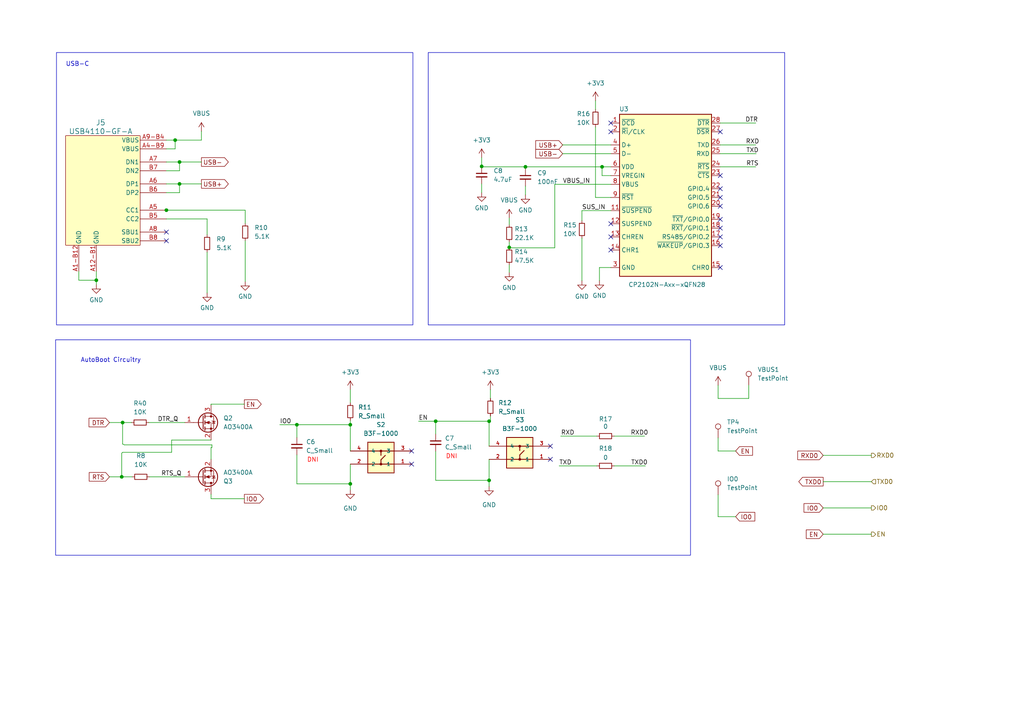
<source format=kicad_sch>
(kicad_sch (version 20230121) (generator eeschema)
  (paper "A4")
  (title_block (title "Microcontroller Bootloading Schematic") (company "Generate Product Development Studio"))
  (lib_symbols
    (symbol "B3F-1000:B3F-1000" (pin_names (offset 1.016))
      (property "Reference" "S2" (at -0.0016 12.7 0))
      (property "Value" "B3F-1000" (at -0.0016 10.16 0))
      (symbol "B3F-1000_0_0"
        (rectangle (start -3.81 7.62) (end 3.81 -1.27) (stroke (width 0.254)) (fill (type background)))
        (polyline (pts (xy -3.81 1.27) (xy 0 1.27)) (stroke (width 0.254)))
        (polyline (pts (xy -3.81 5.08) (xy 0 5.08)) (stroke (width 0.254)))
        (polyline (pts (xy 0 1.27) (xy 0 2.54)) (stroke (width 0.254)))
        (polyline (pts (xy 0 1.27) (xy 3.81 1.27)) (stroke (width 0.254)))
        (polyline (pts (xy 0 2.54) (xy 1.27 3.81)) (stroke (width 0.254)))
        (polyline (pts (xy 0 5.08) (xy 0 3.81)) (stroke (width 0.254)))
        (polyline (pts (xy 0 5.08) (xy 3.81 5.08)) (stroke (width 0.254)))
        (circle (center 0 1.27) (radius 0.254) (stroke (width 0.254)))
        (circle (center 0 5.08) (radius 0.254) (stroke (width 0.254)))
        (pin passive line (at 8.89 1.27 180) (length 5.08) (name "1") (number "1"))
        (pin passive line (at -8.89 1.27 0) (length 5.08) (name "2") (number "2"))
        (pin passive line (at 8.89 5.08 180) (length 5.08) (name "3") (number "3"))
        (pin passive line (at -8.89 5.08 0) (length 5.08) (name "4") (number "4"))
      )
    )
    (symbol "Connector:TestPoint" (pin_numbers hide) (pin_names (offset 0.762) hide)
      (property "Reference" "TP" (at 0 6.858 0))
      (property "Value" "TestPoint" (at 0 5.08 0))
      (symbol "TestPoint_0_1"
        (circle (center 0 3.302) (radius 0.762))
      )
      (symbol "TestPoint_1_1"
        (pin passive line (at 0 0 90) (length 2.54) (name "1") (number "1"))
      )
    )
    (symbol "Device:C_Small" (pin_numbers hide) (pin_names (offset 0.254) hide)
      (property "Reference" "C" (at 0.254 1.778 0))
      (property "Value" "C_Small" (at 0.254 -2.032 0))
      (symbol "C_Small_0_1"
        (polyline (pts (xy -1.524 -0.508) (xy 1.524 -0.508)) (stroke (width 0.3302)))
        (polyline (pts (xy -1.524 0.508) (xy 1.524 0.508)) (stroke (width 0.3048)))
      )
      (symbol "C_Small_1_1"
        (pin passive line (at 0 2.54 270) (length 2.032) (name "~") (number "1"))
        (pin passive line (at 0 -2.54 90) (length 2.032) (name "~") (number "2"))
      )
    )
    (symbol "Device:R_Small" (pin_numbers hide) (pin_names (offset 0.254) hide)
      (property "Reference" "R" (at 0.762 0.508 0))
      (property "Value" "R_Small" (at 0.762 -1.016 0))
      (symbol "R_Small_0_1"
        (rectangle (start -0.762 1.778) (end 0.762 -1.778) (stroke (width 0.2032)))
      )
      (symbol "R_Small_1_1"
        (pin passive line (at 0 2.54 270) (length 0.762) (name "~") (number "1"))
        (pin passive line (at 0 -2.54 90) (length 0.762) (name "~") (number "2"))
      )
    )
    (symbol "Interface_USB:CP2102N-Axx-xQFN28"
      (property "Reference" "U3" (at -10.287 18.034 0))
      (property "Value" "CP2102N-Axx-xQFN28" (at -7.62 -32.893 0))
      (symbol "CP2102N-Axx-xQFN28_0_1"
        (rectangle (start -10.16 16.51) (end 16.51 -30.48) (stroke (width 0.254)) (fill (type background)))
      )
      (symbol "CP2102N-Axx-xQFN28_1_1"
        (pin input line (at -12.7 13.97 0) (length 2.54) (name "~{DCD}") (number "1"))
        (pin no_connect line (at -10.16 -27.94 0) (length 2.54) hide (name "NC") (number "10"))
        (pin output line (at -12.7 -11.43 0) (length 2.54) (name "~{SUSPEND}") (number "11"))
        (pin output line (at -12.7 -15.24 0) (length 2.54) (name "SUSPEND") (number "12"))
        (pin output line (at -12.7 -19.05 0) (length 2.54) (name "CHREN") (number "13"))
        (pin output line (at -12.7 -22.86 0) (length 2.54) (name "CHR1") (number "14"))
        (pin output line (at 19.05 -27.94 180) (length 2.54) (name "CHR0") (number "15"))
        (pin bidirectional line (at 19.05 -21.59 180) (length 2.54) (name "~{WAKEUP}/GPIO.3") (number "16"))
        (pin bidirectional line (at 19.05 -19.05 180) (length 2.54) (name "RS485/GPIO.2") (number "17"))
        (pin bidirectional line (at 19.05 -16.51 180) (length 2.54) (name "~{RXT}/GPIO.1") (number "18"))
        (pin bidirectional line (at 19.05 -13.97 180) (length 2.54) (name "~{TXT}/GPIO.0") (number "19"))
        (pin bidirectional line (at -12.7 11.43 0) (length 2.54) (name "~{RI}/CLK") (number "2"))
        (pin bidirectional line (at 19.05 -10.16 180) (length 2.54) (name "GPIO.6") (number "20"))
        (pin bidirectional line (at 19.05 -7.62 180) (length 2.54) (name "GPIO.5") (number "21"))
        (pin bidirectional line (at 19.05 -5.08 180) (length 2.54) (name "GPIO.4") (number "22"))
        (pin input line (at 19.05 -1.27 180) (length 2.54) (name "~{CTS}") (number "23"))
        (pin output line (at 19.05 1.27 180) (length 2.54) (name "~{RTS}") (number "24"))
        (pin input line (at 19.05 5.08 180) (length 2.54) (name "RXD") (number "25"))
        (pin output line (at 19.05 7.62 180) (length 2.54) (name "TXD") (number "26"))
        (pin input line (at 19.05 11.43 180) (length 2.54) (name "~{DSR}") (number "27"))
        (pin output line (at 19.05 13.97 180) (length 2.54) (name "~{DTR}") (number "28"))
        (pin passive line (at -12.7 -27.94 0) (length 2.54) hide (name "GND") (number "29"))
        (pin power_in line (at -12.7 -27.94 0) (length 2.54) (name "GND") (number "3"))
        (pin bidirectional line (at -12.7 7.62 0) (length 2.54) (name "D+") (number "4"))
        (pin bidirectional line (at -12.7 5.08 0) (length 2.54) (name "D-") (number "5"))
        (pin power_in line (at -12.7 1.27 0) (length 2.54) (name "VDD") (number "6"))
        (pin power_in line (at -12.7 -1.27 0) (length 2.54) (name "VREGIN") (number "7"))
        (pin input line (at -12.7 -3.81 0) (length 2.54) (name "VBUS") (number "8"))
        (pin input line (at -12.7 -7.62 0) (length 2.54) (name "~{RST}") (number "9"))
      )
    )
    (symbol "MuscleRecoverySymbolLibray:USB4110-GF-A" (pin_names (offset 0.254))
      (property "Reference" "J5" (at 21.59 7.62 0))
      (property "Value" "USB4110-GF-A" (at 21.59 5.08 0))
      (symbol "USB4110-GF-A_1_1"
        (rectangle (start 11.43 3.81) (end 33.02 -27.94) (fill (type background)))
        (pin power_out line (at 15.24 -35.56 90) (length 7.62) (name "GND") (number "A1-B12"))
        (pin power_out line (at 20.32 -35.56 90) (length 7.62) (name "GND") (number "A12-B1"))
        (pin power_in line (at 40.64 0 180) (length 7.62) (name "VBUS") (number "A4-B9"))
        (pin bidirectional line (at 40.64 -17.78 180) (length 7.62) (name "CC1") (number "A5"))
        (pin bidirectional line (at 40.64 -10.16 180) (length 7.62) (name "DP1") (number "A6"))
        (pin bidirectional line (at 40.64 -3.81 180) (length 7.62) (name "DN1") (number "A7"))
        (pin bidirectional line (at 40.64 -24.13 180) (length 7.62) (name "SBU1") (number "A8"))
        (pin power_in line (at 40.64 2.54 180) (length 7.62) (name "VBUS") (number "A9-B4"))
        (pin bidirectional line (at 40.64 -20.32 180) (length 7.62) (name "CC2") (number "B5"))
        (pin bidirectional line (at 40.64 -12.7 180) (length 7.62) (name "DP2") (number "B6"))
        (pin bidirectional line (at 40.64 -6.35 180) (length 7.62) (name "DN2") (number "B7"))
        (pin bidirectional line (at 40.64 -26.67 180) (length 7.62) (name "SBU2") (number "B8"))
      )
    )
    (symbol "Transistor_FET:AO3400A" (pin_names hide)
      (property "Reference" "Q" (at 5.08 1.905 0))
      (property "Value" "AO3400A" (at 5.08 0 0))
      (symbol "AO3400A_0_1"
        (polyline (pts (xy 0.254 0) (xy -2.54 0)))
        (polyline (pts (xy 0.254 1.905) (xy 0.254 -1.905)) (stroke (width 0.254)))
        (polyline (pts (xy 0.762 -1.27) (xy 0.762 -2.286)) (stroke (width 0.254)))
        (polyline (pts (xy 0.762 0.508) (xy 0.762 -0.508)) (stroke (width 0.254)))
        (polyline (pts (xy 0.762 2.286) (xy 0.762 1.27)) (stroke (width 0.254)))
        (polyline (pts (xy 2.54 2.54) (xy 2.54 1.778)))
        (polyline (pts (xy 2.54 -2.54) (xy 2.54 0) (xy 0.762 0)))
        (polyline (pts (xy 0.762 -1.778) (xy 3.302 -1.778) (xy 3.302 1.778) (xy 0.762 1.778)))
        (polyline (pts (xy 1.016 0) (xy 2.032 0.381) (xy 2.032 -0.381) (xy 1.016 0)) (fill (type outline)))
        (polyline (pts (xy 2.794 0.508) (xy 2.921 0.381) (xy 3.683 0.381) (xy 3.81 0.254)))
        (polyline (pts (xy 3.302 0.381) (xy 2.921 -0.254) (xy 3.683 -0.254) (xy 3.302 0.381)))
        (circle (center 1.651 0) (radius 2.794) (stroke (width 0.254)))
        (circle (center 2.54 -1.778) (radius 0.254) (fill (type outline)))
        (circle (center 2.54 1.778) (radius 0.254) (fill (type outline)))
      )
      (symbol "AO3400A_1_1"
        (pin input line (at -5.08 0 0) (length 2.54) (name "G") (number "1"))
        (pin passive line (at 2.54 -5.08 90) (length 2.54) (name "S") (number "2"))
        (pin passive line (at 2.54 5.08 270) (length 2.54) (name "D") (number "3"))
      )
    )
    (symbol "power:+3V3" (power) (pin_names (offset 0))
      (property "Value" "+3V3" (at 0 3.556 0))
      (symbol "+3V3_0_1"
        (polyline (pts (xy -0.762 1.27) (xy 0 2.54)))
        (polyline (pts (xy 0 0) (xy 0 2.54)))
        (polyline (pts (xy 0 2.54) (xy 0.762 1.27)))
      )
      (symbol "+3V3_1_1"
        (pin power_in line (at 0 0 90) (length 0) hide (name "+3V3") (number "1"))
      )
    )
    (symbol "power:GND" (power) (pin_names (offset 0))
      (property "Value" "GND" (at 0 -3.81 0))
      (symbol "GND_0_1"
        (polyline (pts (xy 0 0) (xy 0 -1.27) (xy 1.27 -1.27) (xy 0 -2.54) (xy -1.27 -1.27) (xy 0 -1.27)))
      )
      (symbol "GND_1_1"
        (pin power_in line (at 0 0 270) (length 0) hide (name "GND") (number "1"))
      )
    )
    (symbol "power:VBUS" (power) (pin_names (offset 0))
      (property "Value" "VBUS" (at 0 3.81 0))
      (symbol "VBUS_0_1"
        (polyline (pts (xy -0.762 1.27) (xy 0 2.54)))
        (polyline (pts (xy 0 0) (xy 0 2.54)))
        (polyline (pts (xy 0 2.54) (xy 0.762 1.27)))
      )
      (symbol "VBUS_1_1"
        (pin power_in line (at 0 0 90) (length 0) hide (name "VBUS") (number "1"))
      )
    )
  )
  (junction (at 48.26 60.96))
  (junction (at 50.8 40.64))
  (junction (at 174.625 48.387))
  (junction (at 35.56 122.555))
  (junction (at 101.6 140.335))
  (junction (at 27.94 81.28))
  (junction (at 141.859 139.319))
  (junction (at 101.6 123.19))
  (junction (at 86.106 123.19))
  (junction (at 147.701 71.755))
  (junction (at 152.4 48.387))
  (junction (at 139.7 48.26))
  (junction (at 52.07 46.99))
  (junction (at 141.859 122.174))
  (junction (at 126.365 122.174))
  (junction (at 52.07 53.34))
  (junction (at 35.306 138.303))
  (no_connect (at 208.915 68.707))
  (no_connect (at 208.915 59.817))
  (no_connect (at 208.915 38.227))
  (no_connect (at 48.26 69.85))
  (no_connect (at 208.915 66.167))
  (no_connect (at 177.165 64.897))
  (no_connect (at 159.639 133.223))
  (no_connect (at 119.38 134.62))
  (no_connect (at 208.915 57.277))
  (no_connect (at 208.915 54.737))
  (no_connect (at 208.915 50.927))
  (no_connect (at 177.165 68.707))
  (no_connect (at 159.639 129.413))
  (no_connect (at 119.38 130.81))
  (no_connect (at 177.165 38.227))
  (no_connect (at 208.915 77.597))
  (no_connect (at 177.165 72.517))
  (no_connect (at 177.165 35.687))
  (no_connect (at 208.915 71.247))
  (no_connect (at 48.26 67.31))
  (no_connect (at 208.915 63.627))
  (wire (pts (xy 173.863 77.597) (xy 173.863 81.407)))
  (wire (pts (xy 177.165 50.927) (xy 174.625 50.927)))
  (wire (pts (xy 139.7 48.387) (xy 152.4 48.387)))
  (wire (pts (xy 172.72 29.21) (xy 172.72 31.75)))
  (wire (pts (xy 60.071 73.152) (xy 60.071 84.963)))
  (wire (pts (xy 152.4 48.387) (xy 174.625 48.387)))
  (wire (pts (xy 101.6 113.03) (xy 101.6 116.84)))
  (wire (pts (xy 52.07 55.88) (xy 52.07 53.34)))
  (wire (pts (xy 61.214 143.383) (xy 61.214 144.653)))
  (wire (pts (xy 43.3832 138.303) (xy 53.594 138.303)))
  (wire (pts (xy 48.26 46.99) (xy 52.07 46.99)))
  (wire (pts (xy 174.625 48.387) (xy 177.165 48.387)))
  (wire (pts (xy 48.26 49.53) (xy 52.07 49.53)))
  (wire (pts (xy 48.26 40.64) (xy 50.8 40.64)))
  (wire (pts (xy 48.26 60.96) (xy 71.12 60.96)))
  (wire (pts (xy 208.28 130.81) (xy 213.36 130.81)))
  (wire (pts (xy 61.214 117.221) (xy 70.866 117.221)))
  (wire (pts (xy 172.72 36.83) (xy 172.72 57.277)))
  (wire (pts (xy 208.915 35.687) (xy 219.202 35.687)))
  (wire (pts (xy 71.12 60.96) (xy 71.12 64.77)))
  (wire (pts (xy 147.701 71.882) (xy 160.909 71.882)))
  (wire (pts (xy 139.7 48.387) (xy 139.7 48.26)))
  (wire (pts (xy 238.76 132.08) (xy 252.73 132.08)))
  (wire (pts (xy 208.915 44.577) (xy 219.329 44.577)))
  (wire (pts (xy 178.181 126.492) (xy 186.944 126.492)))
  (wire (pts (xy 238.76 154.94) (xy 252.73 154.94)))
  (wire (pts (xy 49.784 127.635) (xy 61.214 127.635)))
  (wire (pts (xy 81.153 123.19) (xy 86.106 123.19)))
  (wire (pts (xy 208.915 42.037) (xy 219.202 42.037)))
  (wire (pts (xy 86.106 131.953) (xy 86.106 140.335)))
  (wire (pts (xy 139.7 53.34) (xy 139.7 55.88)))
  (wire (pts (xy 61.468 129.794) (xy 61.214 129.794)))
  (wire (pts (xy 163.195 42.037) (xy 177.165 42.037)))
  (wire (pts (xy 141.859 122.174) (xy 141.859 129.413)))
  (wire (pts (xy 142.24 122.174) (xy 141.859 122.174)))
  (wire (pts (xy 160.909 53.467) (xy 160.909 71.882)))
  (wire (pts (xy 35.306 131.445) (xy 35.56 131.191)))
  (wire (pts (xy 27.94 78.74) (xy 27.94 81.28)))
  (wire (pts (xy 163.195 44.577) (xy 177.165 44.577)))
  (wire (pts (xy 52.07 46.99) (xy 58.42 46.99)))
  (wire (pts (xy 22.86 81.28) (xy 27.94 81.28)))
  (wire (pts (xy 178.181 135.128) (xy 187.198 135.128)))
  (wire (pts (xy 35.56 122.555) (xy 35.56 128.778)))
  (wire (pts (xy 208.28 115.57) (xy 217.17 115.57)))
  (wire (pts (xy 126.365 139.319) (xy 141.859 139.319)))
  (wire (pts (xy 141.859 133.223) (xy 141.859 139.319)))
  (wire (pts (xy 160.909 53.467) (xy 177.165 53.467)))
  (wire (pts (xy 168.783 64.008) (xy 168.783 61.087)))
  (wire (pts (xy 174.625 50.927) (xy 174.625 48.387)))
  (wire (pts (xy 147.701 70.231) (xy 147.701 71.755)))
  (wire (pts (xy 61.214 117.475) (xy 61.214 117.221)))
  (wire (pts (xy 50.8 43.18) (xy 50.8 40.64)))
  (wire (pts (xy 208.28 149.86) (xy 213.36 149.86)))
  (wire (pts (xy 101.6 121.92) (xy 101.6 123.19)))
  (wire (pts (xy 49.784 127.635) (xy 49.784 131.191)))
  (wire (pts (xy 35.56 131.191) (xy 49.784 131.191)))
  (wire (pts (xy 147.701 63.246) (xy 147.701 65.151)))
  (wire (pts (xy 126.365 130.937) (xy 126.365 139.319)))
  (wire (pts (xy 48.26 43.18) (xy 50.8 43.18)))
  (wire (pts (xy 31.75 122.555) (xy 35.56 122.555)))
  (wire (pts (xy 22.86 78.74) (xy 22.86 81.28)))
  (wire (pts (xy 35.56 128.778) (xy 36.068 129.032)))
  (wire (pts (xy 86.106 140.335) (xy 101.6 140.335)))
  (wire (pts (xy 208.28 143.51) (xy 208.28 149.86)))
  (wire (pts (xy 61.214 144.653) (xy 70.866 144.653)))
  (wire (pts (xy 50.8 40.64) (xy 58.42 40.64)))
  (wire (pts (xy 141.859 141.097) (xy 141.859 139.319)))
  (wire (pts (xy 217.17 115.57) (xy 217.17 111.76)))
  (wire (pts (xy 208.28 111.76) (xy 208.28 115.57)))
  (wire (pts (xy 152.4 48.387) (xy 152.4 48.895)))
  (wire (pts (xy 101.6 134.62) (xy 101.6 140.335)))
  (wire (pts (xy 168.783 69.088) (xy 168.783 81.407)))
  (wire (pts (xy 147.701 76.835) (xy 147.701 78.994)))
  (wire (pts (xy 101.6 142.113) (xy 101.6 140.335)))
  (wire (pts (xy 147.701 71.882) (xy 147.701 71.755)))
  (wire (pts (xy 208.915 48.387) (xy 219.202 48.387)))
  (wire (pts (xy 47.879 60.96) (xy 48.26 60.96)))
  (wire (pts (xy 208.28 127) (xy 208.28 130.81)))
  (wire (pts (xy 142.24 120.65) (xy 142.24 122.174)))
  (wire (pts (xy 27.94 81.28) (xy 27.94 82.55)))
  (wire (pts (xy 139.7 45.72) (xy 139.7 48.26)))
  (wire (pts (xy 35.306 138.303) (xy 38.3032 138.303)))
  (wire (pts (xy 177.165 57.277) (xy 172.72 57.277)))
  (wire (pts (xy 71.12 69.85) (xy 71.12 81.661)))
  (wire (pts (xy 35.56 122.555) (xy 38.1 122.555)))
  (wire (pts (xy 238.76 139.7) (xy 252.73 139.7)))
  (wire (pts (xy 31.75 138.303) (xy 35.306 138.303)))
  (wire (pts (xy 48.26 55.88) (xy 52.07 55.88)))
  (wire (pts (xy 58.42 40.64) (xy 58.42 38.1)))
  (wire (pts (xy 177.165 77.597) (xy 173.863 77.597)))
  (wire (pts (xy 35.306 138.303) (xy 35.306 131.445)))
  (wire (pts (xy 52.07 53.34) (xy 58.42 53.34)))
  (wire (pts (xy 168.783 61.087) (xy 177.165 61.087)))
  (wire (pts (xy 48.26 63.5) (xy 60.071 63.5)))
  (wire (pts (xy 86.106 126.873) (xy 86.106 123.19)))
  (wire (pts (xy 152.4 53.975) (xy 152.4 56.515)))
  (wire (pts (xy 36.068 129.032) (xy 61.468 129.032)))
  (wire (pts (xy 86.106 123.19) (xy 101.6 123.19)))
  (wire (pts (xy 126.365 125.857) (xy 126.365 122.174)))
  (wire (pts (xy 121.412 122.174) (xy 126.365 122.174)))
  (wire (pts (xy 173.101 135.128) (xy 162.179 135.128)))
  (wire (pts (xy 101.6 123.19) (xy 101.6 130.81)))
  (wire (pts (xy 52.07 49.53) (xy 52.07 46.99)))
  (wire (pts (xy 43.18 122.555) (xy 53.594 122.555)))
  (wire (pts (xy 173.101 126.492) (xy 162.6198 126.492)))
  (wire (pts (xy 61.468 129.032) (xy 61.468 129.794)))
  (wire (pts (xy 48.26 53.34) (xy 52.07 53.34)))
  (wire (pts (xy 60.071 63.5) (xy 60.071 68.072)))
  (wire (pts (xy 142.24 113.03) (xy 142.24 115.57)))
  (wire (pts (xy 126.365 122.174) (xy 141.859 122.174)))
  (wire (pts (xy 61.214 129.794) (xy 61.214 133.223)))
  (wire (pts (xy 238.76 147.32) (xy 252.73 147.32)))
  (rectangle (start 16.383 15.24) (end 119.761 94.234))
  (rectangle (start 124.206 15.24) (end 227.584 94.234))
  (rectangle (start 16.129 98.552) (end 200.279 161.036))
  (text "DNI" (at 89.027 134.239 0) (effects (font (size 1.27 1.27)) (justify left bottom)))
  (text "DNI" (at 129.286 133.223 0) (effects (font (size 1.27 1.27)) (justify left bottom)))
  (text "USB-C\n" (at 19.05 19.431 0) (effects (font (size 1.27 1.27)) (justify left bottom)))
  (text "AutoBoot Circuitry\n" (at 23.368 105.283 0) (effects (font (size 1.27 1.27)) (justify left bottom)))
  (label "RTS" (at 216.408 48.387 0))
  (label "RXD0" (at 182.88 126.492 0))
  (label "DTR_Q" (at 45.72 122.555 0))
  (label "SUS_IN" (at 168.783 61.087 0))
  (label "DTR" (at 216.154 35.687 0))
  (label "TXD0" (at 183.007 135.128 0))
  (label "VBUS_IN" (at 163.195 53.467 0))
  (label "TXD" (at 216.408 44.577 0))
  (label "EN" (at 121.412 122.174 0))
  (label "RTS_Q" (at 46.736 138.303 0))
  (label "IO0" (at 81.153 123.19 0))
  (label "RXD" (at 216.281 42.037 0))
  (label "RXD" (at 162.687 126.492 0))
  (label "TXD" (at 162.179 135.128 0))
  (global_label "RTS" (shape input) (at 31.75 138.303 180) (property "Intersheetrefs" "${INTERSHEET_REFS}" (effects hide)))
  (global_label "EN" (shape output) (at 70.866 117.221 0) (property "Intersheetrefs" "${INTERSHEET_REFS}" (effects hide)))
  (global_label "USB+" (shape input) (at 163.195 42.037 180) (property "Intersheetrefs" "${INTERSHEET_REFS}" (effects hide)))
  (global_label "EN" (shape input) (at 238.76 154.94 180) (property "Intersheetrefs" "${INTERSHEET_REFS}" (effects hide)))
  (global_label "USB-" (shape input) (at 163.195 44.577 180) (property "Intersheetrefs" "${INTERSHEET_REFS}" (effects hide)))
  (global_label "IO0" (shape output) (at 70.866 144.653 0) (property "Intersheetrefs" "${INTERSHEET_REFS}" (effects hide)))
  (global_label "IO0" (shape input) (at 238.76 147.32 180) (property "Intersheetrefs" "${INTERSHEET_REFS}" (effects hide)))
  (global_label "DTR" (shape input) (at 31.75 122.555 180) (property "Intersheetrefs" "${INTERSHEET_REFS}" (effects hide)))
  (global_label "USB-" (shape output) (at 58.42 46.99 0) (property "Intersheetrefs" "${INTERSHEET_REFS}" (effects hide)))
  (global_label "IO0" (shape input) (at 213.36 149.86 0) (property "Intersheetrefs" "${INTERSHEET_REFS}" (effects hide)))
  (global_label "TXD0" (shape output) (at 238.76 139.7 180) (property "Intersheetrefs" "${INTERSHEET_REFS}" (effects hide)))
  (global_label "USB+" (shape output) (at 58.42 53.34 0) (property "Intersheetrefs" "${INTERSHEET_REFS}" (effects hide)))
  (global_label "EN" (shape input) (at 213.36 130.81 0) (property "Intersheetrefs" "${INTERSHEET_REFS}" (effects hide)))
  (global_label "RXD0" (shape input) (at 238.76 132.08 180) (property "Intersheetrefs" "${INTERSHEET_REFS}" (effects hide)))
  (hierarchical_label "RXD0" (shape output) (at 252.73 132.08 0))
  (hierarchical_label "IO0" (shape output) (at 252.73 147.32 0))
  (hierarchical_label "TXD0" (shape input) (at 252.73 139.7 0))
  (hierarchical_label "EN" (shape output) (at 252.73 154.94 0))
  (symbol (lib_id "Connector:TestPoint") (at 208.28 143.51 0) (unit 1)
    (property "Reference" "IO0" (at 210.82 138.938 0) (effects (justify left)))
    (property "Value" "TestPoint" (at 210.82 141.478 0) (effects (justify left)))
    (property "Footprint" "TestPoint:TestPoint_Pad_D1.5mm" (effects hide))
  )
  (symbol (lib_id "power:GND") (at 147.701 78.994 0) (unit 1)
    (property "Reference" "#PWR041" (effects hide))
    (property "Value" "GND" (at 147.701 83.439 0))
    (instances (project "MuscleRecoveryV1" (path "" (reference "#PWR041") (unit 1))) (project "New Test" (path "" (reference "#PWR017") (unit 1))))
  )
  (symbol (lib_id "power:GND") (at 173.863 81.407 0) (unit 1)
    (property "Reference" "#PWR045" (effects hide))
    (property "Value" "GND" (at 173.863 85.725 0))
    (instances (project "MuscleRecoveryV1" (path "" (reference "#PWR045") (unit 1))) (project "New Test" (path "" (reference "#PWR022") (unit 1))))
  )
  (symbol (lib_id "Device:R_Small") (at 40.8432 138.303 90) (unit 1)
    (property "Reference" "R8" (at 40.8432 132.207 90))
    (property "Value" "10K" (at 40.8432 134.747 90))
    (property "Footprint" "Resistor_SMD:R_0805_2012Metric" (effects hide))
    (instances (project "MuscleRecoveryV1" (path "" (reference "R8") (unit 1))) (project "New Test" (path "" (reference "R3") (unit 1))))
  )
  (symbol (lib_id "B3F-1000:B3F-1000") (at 110.49 135.89 0) (unit 1)
    (property "Reference" "S2" (at 110.4884 123.19 0))
    (property "Value" "B3F-1000" (at 110.4884 125.73 0))
    (property "Footprint" "Muscle_Recovery_Footprint_Library:SW_B3F-1000" (effects hide))
    (property "MF" "Omron" (effects hide))
    (property "Description" "\nTactile Switch SPST-NO Top Actuated Through Hole\n" (effects hide))
    (property "Package" "None" (effects hide))
    (property "Price" "None" (effects hide))
    (property "Check_prices" "https://www.snapeda.com/parts/B3F-1000/Omron+Electronics+Inc-EMC+Div/view-part/?ref=eda" (effects hide))
    (property "SnapEDA_Link" "https://www.snapeda.com/parts/B3F-1000/Omron+Electronics+Inc-EMC+Div/view-part/?ref=snap" (effects hide))
    (property "MP" "B3F-1000" (effects hide))
    (property "Purchase-URL" "https://www.snapeda.com/api/url_track_click_mouser/?unipart_id=48569&manufacturer=Omron&part_name=B3F-1000&search_term=b3f-10" (effects hide))
    (property "Availability" "In Stock" (effects hide))
    (property "MANUFACTURER" "Omron" (effects hide))
  )
  (symbol (lib_id "Device:R_Small") (at 142.24 118.11 0) (unit 1)
    (property "Reference" "R12" (at 144.526 116.84 0) (effects (justify left)))
    (property "Value" "R_Small" (at 144.526 119.38 0) (effects (justify left)))
    (property "Footprint" "Resistor_SMD:R_0805_2012Metric" (effects hide))
    (instances (project "MuscleRecoveryV1" (path "" (reference "R12") (unit 1))) (project "New Test" (path "" (reference "R7") (unit 1))))
  )
  (symbol (lib_id "power:VBUS") (at 208.28 111.76 0) (unit 1)
    (property "Reference" "#PWR051" (effects hide))
    (property "Value" "VBUS" (at 208.28 106.68 0))
  )
  (symbol (lib_id "Device:R_Small") (at 40.64 122.555 90) (unit 1)
    (property "Reference" "R40" (at 40.64 116.967 90))
    (property "Value" "10K" (at 40.64 119.507 90))
    (property "Footprint" "Resistor_SMD:R_0805_2012Metric" (effects hide))
    (instances (project "MuscleRecoveryV1" (path "" (reference "R40") (unit 1))) (project "New Test" (path "" (reference "R2") (unit 1))))
  )
  (symbol (lib_id "power:GND") (at 139.7 55.88 0) (unit 1)
    (property "Reference" "#PWR037" (effects hide))
    (property "Value" "GND" (at 139.7 60.325 0))
    (instances (project "MuscleRecoveryV1" (path "" (reference "#PWR037") (unit 1))) (project "New Test" (path "" (reference "#PWR021") (unit 1))))
  )
  (symbol (lib_id "Device:R_Small") (at 175.641 126.492 90) (unit 1)
    (property "Reference" "R17" (at 175.641 121.539 90))
    (property "Value" "0" (at 175.641 123.698 90))
    (property "Footprint" "Resistor_SMD:R_0805_2012Metric" (effects hide))
    (instances (project "MuscleRecoveryV1" (path "" (reference "R17") (unit 1))) (project "New Test" (path "" (reference "R4") (unit 1))))
  )
  (symbol (lib_id "Device:R_Small") (at 147.701 67.691 0) (unit 1)
    (property "Reference" "R13" (at 149.225 66.421 0) (effects (justify left)))
    (property "Value" "22.1K" (at 149.225 68.961 0) (effects (justify left)))
    (property "Footprint" "Resistor_SMD:R_0805_2012Metric" (effects hide))
    (instances (project "MuscleRecoveryV1" (path "" (reference "R13") (unit 1))) (project "New Test" (path "" (reference "R10") (unit 1))))
  )
  (symbol (lib_id "Interface_USB:CP2102N-Axx-xQFN28") (at 189.865 49.657 0) (unit 1)
    (property "Reference" "U3" (at 179.578 31.623 0) (effects (justify left)))
    (property "Value" "CP2102N-Axx-xQFN28" (at 182.245 82.55 0) (effects (justify left)))
    (property "Footprint" "Package_DFN_QFN:QFN-28-1EP_5x5mm_P0.5mm_EP3.35x3.35mm" (effects hide))
    (property "Datasheet" "https://www.silabs.com/documents/public/data-sheets/cp2102n-datasheet.pdf" (effects hide))
    (instances (project "MuscleRecoveryV1" (path "" (reference "U3") (unit 1))) (project "Power For Muscle Recovery" (path "" (reference "U3") (unit 1))) (project "New Test" (path "" (reference "U2") (unit 1))))
  )
  (symbol (lib_id "Connector:TestPoint") (at 217.17 111.76 0) (unit 1)
    (property "Reference" "VBUS1" (at 219.71 107.188 0) (effects (justify left)))
    (property "Value" "TestPoint" (at 219.71 109.728 0) (effects (justify left)))
    (property "Footprint" "TestPoint:TestPoint_Pad_D1.5mm" (effects hide))
  )
  (symbol (lib_id "power:GND") (at 60.071 84.963 0) (unit 1)
    (property "Reference" "#PWR031" (effects hide))
    (property "Value" "GND" (at 60.071 89.281 0))
    (instances (project "MuscleRecoveryV1" (path "" (reference "#PWR031") (unit 1))) (project "New Test" (path "" (reference "#PWR013") (unit 1))))
  )
  (symbol (lib_id "power:GND") (at 152.4 56.515 0) (unit 1)
    (property "Reference" "#PWR042" (effects hide))
    (property "Value" "GND" (at 152.4 60.96 0))
    (instances (project "MuscleRecoveryV1" (path "" (reference "#PWR042") (unit 1))) (project "New Test" (path "" (reference "#PWR020") (unit 1))))
  )
  (symbol (lib_id "power:GND") (at 168.783 81.407 0) (unit 1)
    (property "Reference" "#PWR043" (effects hide))
    (property "Value" "GND" (at 168.783 85.979 0))
    (instances (project "MuscleRecoveryV1" (path "" (reference "#PWR043") (unit 1))) (project "New Test" (path "" (reference "#PWR023") (unit 1))))
  )
  (symbol (lib_id "Device:C_Small") (at 139.7 50.8 0) (unit 1)
    (property "Reference" "C8" (at 143.129 49.5363 0) (effects (justify left)))
    (property "Value" "4.7uF" (at 143.129 52.0763 0) (effects (justify left)))
    (property "Footprint" "Capacitor_SMD:C_0805_2012Metric" (effects hide))
    (instances (project "MuscleRecoveryV1" (path "" (reference "C8") (unit 1))) (project "Power For Muscle Recovery" (path "" (reference "C2") (unit 1))) (project "New Test" (path "" (reference "C6") (unit 1))))
  )
  (symbol (lib_id "power:+3V3") (at 142.24 113.03 0) (unit 1)
    (property "Reference" "#PWR044" (effects hide))
    (property "Value" "+3V3" (at 142.24 107.95 0))
  )
  (symbol (lib_id "power:+3V3") (at 139.7 45.72 0) (unit 1)
    (property "Reference" "#PWR036" (effects hide))
    (property "Value" "+3V3" (at 139.7 40.64 0))
  )
  (symbol (lib_id "Device:R_Small") (at 147.701 74.295 0) (unit 1)
    (property "Reference" "R14" (at 149.225 73.025 0) (effects (justify left)))
    (property "Value" "47.5K" (at 149.225 75.565 0) (effects (justify left)))
    (property "Footprint" "Resistor_SMD:R_0805_2012Metric" (effects hide))
    (instances (project "MuscleRecoveryV1" (path "" (reference "R14") (unit 1))) (project "New Test" (path "" (reference "R11") (unit 1))))
  )
  (symbol (lib_id "Device:R_Small") (at 71.12 67.31 0) (unit 1)
    (property "Reference" "R10" (at 73.787 66.04 0) (effects (justify left)))
    (property "Value" "5.1K" (at 73.787 68.58 0) (effects (justify left)))
    (property "Footprint" "Resistor_SMD:R_0805_2012Metric" (effects hide))
    (instances (project "MuscleRecoveryV1" (path "" (reference "R10") (unit 1))) (project "New Test" (path "" (reference "R9") (unit 1))))
  )
  (symbol (lib_id "Device:C_Small") (at 126.365 128.397 0) (unit 1)
    (property "Reference" "C7" (at 129.032 127.1333 0) (effects (justify left)))
    (property "Value" "C_Small" (at 129.032 129.6733 0) (effects (justify left)))
    (property "Footprint" "Capacitor_SMD:C_0805_2012Metric" (effects hide))
    (instances (project "MuscleRecoveryV1" (path "" (reference "C7") (unit 1))) (project "New Test" (path "" (reference "C4") (unit 1))))
  )
  (symbol (lib_id "Device:R_Small") (at 168.783 66.548 0) (mirror y) (unit 1)
    (property "Reference" "R15" (at 167.259 65.278 0) (effects (justify left)))
    (property "Value" "10K" (at 167.259 67.818 0) (effects (justify left)))
    (property "Footprint" "Resistor_SMD:R_0805_2012Metric" (effects hide))
    (instances (project "MuscleRecoveryV1" (path "" (reference "R15") (unit 1))) (project "New Test" (path "" (reference "R13") (unit 1))))
  )
  (symbol (lib_id "Device:C_Small") (at 86.106 129.413 0) (unit 1)
    (property "Reference" "C6" (at 88.773 128.1493 0) (effects (justify left)))
    (property "Value" "C_Small" (at 88.773 130.6893 0) (effects (justify left)))
    (property "Footprint" "Capacitor_SMD:C_0805_2012Metric" (effects hide))
    (instances (project "MuscleRecoveryV1" (path "" (reference "C6") (unit 1))) (project "New Test" (path "" (reference "C3") (unit 1))))
  )
  (symbol (lib_id "power:VBUS") (at 147.701 63.246 0) (unit 1)
    (property "Reference" "#PWR040" (effects hide))
    (property "Value" "VBUS" (at 147.701 58.039 0))
    (instances (project "MuscleRecoveryV1" (path "" (reference "#PWR040") (unit 1))) (project "New Test" (path "" (reference "#PWR016") (unit 1))))
  )
  (symbol (lib_id "Connector:TestPoint") (at 208.28 127 0) (unit 1)
    (property "Reference" "TP4" (at 210.82 122.428 0) (effects (justify left)))
    (property "Value" "TestPoint" (at 210.82 124.968 0) (effects (justify left)))
    (property "Footprint" "TestPoint:TestPoint_Pad_D1.5mm" (effects hide))
  )
  (symbol (lib_id "Device:R_Small") (at 175.641 135.128 90) (unit 1)
    (property "Reference" "R18" (at 175.641 130.048 90))
    (property "Value" "0" (at 175.641 132.715 90))
    (property "Footprint" "Resistor_SMD:R_0805_2012Metric" (effects hide))
    (instances (project "MuscleRecoveryV1" (path "" (reference "R18") (unit 1))) (project "New Test" (path "" (reference "R5") (unit 1))))
  )
  (symbol (lib_id "power:+3V3") (at 101.6 113.03 0) (unit 1)
    (property "Reference" "#PWR034" (effects hide))
    (property "Value" "+3V3" (at 101.6 107.95 0))
  )
  (symbol (lib_id "Transistor_FET:AO3400A") (at 58.674 138.303 0) (mirror x) (unit 1)
    (property "Reference" "Q3" (at 64.77 139.573 0) (effects (justify left)))
    (property "Value" "AO3400A" (at 64.77 137.033 0) (effects (justify left)))
    (property "Footprint" "Package_TO_SOT_SMD:SOT-23" (effects hide))
    (property "Datasheet" "http://www.aosmd.com/pdfs/datasheet/AO3400A.pdf" (effects hide))
  )
  (symbol (lib_id "Transistor_FET:AO3400A") (at 58.674 122.555 0) (unit 1)
    (property "Reference" "Q2" (at 64.77 121.285 0) (effects (justify left)))
    (property "Value" "AO3400A" (at 64.77 123.825 0) (effects (justify left)))
    (property "Footprint" "Package_TO_SOT_SMD:SOT-23" (effects hide))
    (property "Datasheet" "http://www.aosmd.com/pdfs/datasheet/AO3400A.pdf" (effects hide))
  )
  (symbol (lib_id "B3F-1000:B3F-1000") (at 150.749 134.493 0) (unit 1)
    (property "Reference" "S3" (at 150.7474 121.793 0))
    (property "Value" "B3F-1000" (at 150.7474 124.333 0))
    (property "Footprint" "Muscle_Recovery_Footprint_Library:SW_B3F-1000" (effects hide))
    (property "MF" "Omron" (effects hide))
    (property "Description" "\nTactile Switch SPST-NO Top Actuated Through Hole\n" (effects hide))
    (property "Package" "None" (effects hide))
    (property "Price" "None" (effects hide))
    (property "Check_prices" "https://www.snapeda.com/parts/B3F-1000/Omron+Electronics+Inc-EMC+Div/view-part/?ref=eda" (effects hide))
    (property "SnapEDA_Link" "https://www.snapeda.com/parts/B3F-1000/Omron+Electronics+Inc-EMC+Div/view-part/?ref=snap" (effects hide))
    (property "MP" "B3F-1000" (effects hide))
    (property "Purchase-URL" "https://www.snapeda.com/api/url_track_click_mouser/?unipart_id=48569&manufacturer=Omron&part_name=B3F-1000&search_term=b3f-10" (effects hide))
    (property "Availability" "In Stock" (effects hide))
    (property "MANUFACTURER" "Omron" (effects hide))
  )
  (symbol (lib_id "Device:C_Small") (at 152.4 51.435 0) (unit 1)
    (property "Reference" "C9" (at 155.829 50.1713 0) (effects (justify left)))
    (property "Value" "100nF" (at 155.829 52.7113 0) (effects (justify left)))
    (property "Footprint" "Capacitor_SMD:C_0805_2012Metric" (effects hide))
    (instances (project "MuscleRecoveryV1" (path "" (reference "C9") (unit 1))) (project "Power For Muscle Recovery" (path "" (reference "C2") (unit 1))) (project "New Test" (path "" (reference "C5") (unit 1))))
  )
  (symbol (lib_id "Device:R_Small") (at 60.071 70.612 0) (unit 1)
    (property "Reference" "R9" (at 62.738 69.342 0) (effects (justify left)))
    (property "Value" "5.1K" (at 62.738 71.882 0) (effects (justify left)))
    (property "Footprint" "Resistor_SMD:R_0805_2012Metric" (effects hide))
    (instances (project "MuscleRecoveryV1" (path "" (reference "R9") (unit 1))) (project "New Test" (path "" (reference "R8") (unit 1))))
  )
  (symbol (lib_id "power:VBUS") (at 58.42 38.1 0) (unit 1)
    (property "Reference" "#PWR032" (effects hide))
    (property "Value" "VBUS" (at 58.42 32.893 0))
    (instances (project "MuscleRecoveryV1" (path "" (reference "#PWR032") (unit 1))) (project "New Test" (path "" (reference "#PWR012") (unit 1))))
  )
  (symbol (lib_id "power:GND") (at 27.94 82.55 0) (unit 1)
    (property "Reference" "#PWR030" (effects hide))
    (property "Value" "GND" (at 27.94 86.995 0))
    (instances (project "MuscleRecoveryV1" (path "" (reference "#PWR030") (unit 1))) (project "New Test" (path "" (reference "#PWR015") (unit 1))))
  )
  (symbol (lib_id "Device:R_Small") (at 101.6 119.38 0) (unit 1)
    (property "Reference" "R11" (at 103.886 118.11 0) (effects (justify left)))
    (property "Value" "R_Small" (at 103.886 120.65 0) (effects (justify left)))
    (property "Footprint" "Resistor_SMD:R_0805_2012Metric" (effects hide))
    (instances (project "MuscleRecoveryV1" (path "" (reference "R11") (unit 1))) (project "New Test" (path "" (reference "R6") (unit 1))))
  )
  (symbol (lib_id "power:GND") (at 141.859 141.097 0) (unit 1)
    (property "Reference" "#PWR039" (effects hide))
    (property "Value" "GND" (at 141.859 146.431 0))
    (instances (project "MuscleRecoveryV1" (path "" (reference "#PWR039") (unit 1))) (project "New Test" (path "" (reference "#PWR011") (unit 1))))
  )
  (symbol (lib_id "power:GND") (at 101.6 142.113 0) (unit 1)
    (property "Reference" "#PWR035" (effects hide))
    (property "Value" "GND" (at 101.6 147.447 0))
    (instances (project "MuscleRecoveryV1" (path "" (reference "#PWR035") (unit 1))) (project "New Test" (path "" (reference "#PWR09") (unit 1))))
  )
  (symbol (lib_id "MuscleRecoverySymbolLibray:USB4110-GF-A") (at 7.62 43.18 0) (unit 1)
    (property "Reference" "J5" (at 29.21 35.56 0) (effects (font (size 1.524 1.524))))
    (property "Value" "USB4110-GF-A" (at 29.21 38.1 0) (effects (font (size 1.524 1.524))))
    (property "Datasheet" "USB4110-GF-A" (effects hide))
  )
  (symbol (lib_id "Device:R_Small") (at 172.72 34.29 0) (mirror y) (unit 1)
    (property "Reference" "R16" (at 171.196 33.02 0) (effects (justify left)))
    (property "Value" "10K" (at 171.196 35.56 0) (effects (justify left)))
    (property "Footprint" "Resistor_SMD:R_0805_2012Metric" (effects hide))
    (instances (project "MuscleRecoveryV1" (path "" (reference "R16") (unit 1))) (project "New Test" (path "" (reference "R12") (unit 1))))
  )
  (symbol (lib_id "power:GND") (at 71.12 81.661 0) (unit 1)
    (property "Reference" "#PWR033" (effects hide))
    (property "Value" "GND" (at 71.12 85.979 0))
    (instances (project "MuscleRecoveryV1" (path "" (reference "#PWR033") (unit 1))) (project "New Test" (path "" (reference "#PWR014") (unit 1))))
  )
  (symbol (lib_id "power:+3V3") (at 172.72 29.21 0) (unit 1)
    (property "Reference" "#PWR021" (effects hide))
    (property "Value" "+3V3" (at 172.72 24.13 0))
  )
)
</source>
